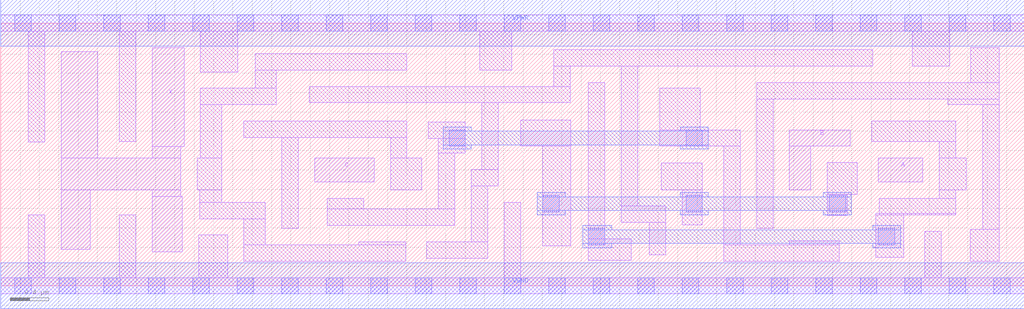
<source format=lef>
# Copyright 2020 The SkyWater PDK Authors
#
# Licensed under the Apache License, Version 2.0 (the "License");
# you may not use this file except in compliance with the License.
# You may obtain a copy of the License at
#
#     https://www.apache.org/licenses/LICENSE-2.0
#
# Unless required by applicable law or agreed to in writing, software
# distributed under the License is distributed on an "AS IS" BASIS,
# WITHOUT WARRANTIES OR CONDITIONS OF ANY KIND, either express or implied.
# See the License for the specific language governing permissions and
# limitations under the License.
#
# SPDX-License-Identifier: Apache-2.0

VERSION 5.7 ;
  NAMESCASESENSITIVE ON ;
  NOWIREEXTENSIONATPIN ON ;
  DIVIDERCHAR "/" ;
  BUSBITCHARS "[]" ;
UNITS
  DATABASE MICRONS 200 ;
END UNITS
PROPERTYDEFINITIONS
  MACRO maskLayoutSubType STRING ;
  MACRO prCellType STRING ;
  MACRO originalViewName STRING ;
END PROPERTYDEFINITIONS
MACRO sky130_fd_sc_hdll__xnor3_4
  CLASS CORE ;
  FOREIGN sky130_fd_sc_hdll__xnor3_4 ;
  ORIGIN  0.000000  0.000000 ;
  SIZE  10.58000 BY  2.720000 ;
  SYMMETRY X Y R90 ;
  SITE unithd ;
  PIN A
    ANTENNAGATEAREA  0.276000 ;
    DIRECTION INPUT ;
    USE SIGNAL ;
    PORT
      LAYER li1 ;
        RECT 9.075000 1.075000 9.535000 1.325000 ;
    END
  END A
  PIN B
    ANTENNAGATEAREA  0.735900 ;
    DIRECTION INPUT ;
    USE SIGNAL ;
    PORT
      LAYER li1 ;
        RECT 8.155000 0.995000 8.375000 1.445000 ;
        RECT 8.155000 1.445000 8.785000 1.615000 ;
    END
  END B
  PIN C
    ANTENNAGATEAREA  0.425400 ;
    DIRECTION INPUT ;
    USE SIGNAL ;
    PORT
      LAYER li1 ;
        RECT 3.245000 1.075000 3.860000 1.325000 ;
    END
  END C
  PIN VGND
    ANTENNADIFFAREA  1.074800 ;
    DIRECTION INOUT ;
    USE SIGNAL ;
    PORT
      LAYER met1 ;
        RECT 0.000000 -0.240000 10.580000 0.240000 ;
    END
  END VGND
  PIN VPWR
    ANTENNADIFFAREA  1.500950 ;
    DIRECTION INOUT ;
    USE SIGNAL ;
    PORT
      LAYER met1 ;
        RECT 0.000000 2.480000 10.580000 2.960000 ;
    END
  END VPWR
  PIN X
    ANTENNADIFFAREA  0.996000 ;
    DIRECTION OUTPUT ;
    USE SIGNAL ;
    PORT
      LAYER li1 ;
        RECT 0.625000 0.375000 0.925000 0.995000 ;
        RECT 0.625000 0.995000 1.860000 1.325000 ;
        RECT 0.625000 1.325000 1.005000 2.425000 ;
        RECT 1.565000 0.350000 1.875000 0.925000 ;
        RECT 1.565000 0.925000 1.860000 0.995000 ;
        RECT 1.565000 1.325000 1.860000 1.440000 ;
        RECT 1.565000 1.440000 1.895000 2.465000 ;
    END
  END X
  OBS
    LAYER li1 ;
      RECT  0.000000 -0.085000 10.580000 0.085000 ;
      RECT  0.000000  2.635000 10.580000 2.805000 ;
      RECT  0.285000  0.085000  0.455000 0.735000 ;
      RECT  0.285000  1.490000  0.455000 2.635000 ;
      RECT  1.225000  0.085000  1.395000 0.735000 ;
      RECT  1.225000  1.495000  1.395000 2.635000 ;
      RECT  2.030000  0.995000  2.285000 1.325000 ;
      RECT  2.045000  0.085000  2.345000 0.525000 ;
      RECT  2.060000  0.695000  2.735000 0.865000 ;
      RECT  2.060000  0.865000  2.285000 0.995000 ;
      RECT  2.065000  1.325000  2.285000 1.875000 ;
      RECT  2.065000  1.875000  2.850000 2.045000 ;
      RECT  2.065000  2.215000  2.450000 2.635000 ;
      RECT  2.515000  0.255000  4.185000 0.425000 ;
      RECT  2.515000  0.425000  2.735000 0.695000 ;
      RECT  2.515000  1.535000  4.200000 1.705000 ;
      RECT  2.630000  2.045000  2.850000 2.235000 ;
      RECT  2.630000  2.235000  4.200000 2.405000 ;
      RECT  2.905000  0.595000  3.075000 1.535000 ;
      RECT  3.190000  1.895000  5.890000 2.065000 ;
      RECT  3.375000  0.625000  4.695000 0.795000 ;
      RECT  3.375000  0.795000  3.755000 0.905000 ;
      RECT  3.700000  0.425000  4.185000 0.455000 ;
      RECT  4.030000  0.995000  4.355000 1.325000 ;
      RECT  4.030000  1.325000  4.200000 1.535000 ;
      RECT  4.405000  0.285000  5.035000 0.455000 ;
      RECT  4.420000  1.525000  4.805000 1.695000 ;
      RECT  4.525000  0.795000  4.695000 1.375000 ;
      RECT  4.525000  1.375000  4.805000 1.525000 ;
      RECT  4.865000  0.455000  5.035000 1.035000 ;
      RECT  4.865000  1.035000  5.145000 1.205000 ;
      RECT  4.955000  2.235000  5.285000 2.635000 ;
      RECT  4.975000  1.205000  5.145000 1.895000 ;
      RECT  5.205000  0.085000  5.375000 0.865000 ;
      RECT  5.375000  1.445000  5.895000 1.715000 ;
      RECT  5.605000  0.415000  5.895000 1.445000 ;
      RECT  5.720000  2.065000  5.890000 2.275000 ;
      RECT  5.720000  2.275000  9.015000 2.445000 ;
      RECT  6.075000  0.265000  6.520000 0.485000 ;
      RECT  6.075000  0.485000  6.245000 2.105000 ;
      RECT  6.415000  0.655000  6.875000 0.825000 ;
      RECT  6.415000  0.825000  6.585000 2.275000 ;
      RECT  6.705000  0.320000  6.875000 0.655000 ;
      RECT  6.815000  1.445000  7.645000 1.615000 ;
      RECT  6.815000  1.615000  7.230000 2.045000 ;
      RECT  6.830000  0.995000  7.255000 1.270000 ;
      RECT  7.045000  0.630000  7.255000 0.995000 ;
      RECT  7.475000  0.255000  8.670000 0.425000 ;
      RECT  7.475000  0.425000  7.645000 1.445000 ;
      RECT  7.815000  0.595000  7.985000 1.935000 ;
      RECT  7.815000  1.935000 10.325000 2.105000 ;
      RECT  8.155000  0.425000  8.670000 0.465000 ;
      RECT  8.545000  0.730000  8.750000 0.945000 ;
      RECT  8.545000  0.945000  8.855000 1.275000 ;
      RECT  9.005000  1.495000  9.875000 1.705000 ;
      RECT  9.045000  0.295000  9.335000 0.735000 ;
      RECT  9.045000  0.735000  9.875000 0.750000 ;
      RECT  9.085000  0.750000  9.875000 0.905000 ;
      RECT  9.425000  2.275000  9.810000 2.635000 ;
      RECT  9.555000  0.085000  9.725000 0.565000 ;
      RECT  9.705000  0.905000  9.875000 0.995000 ;
      RECT  9.705000  0.995000  9.985000 1.325000 ;
      RECT  9.705000  1.325000  9.875000 1.495000 ;
      RECT  9.790000  1.875000 10.325000 1.935000 ;
      RECT 10.025000  0.255000 10.325000 0.585000 ;
      RECT 10.030000  2.105000 10.325000 2.465000 ;
      RECT 10.155000  0.585000 10.325000 1.875000 ;
    LAYER mcon ;
      RECT  0.145000 -0.085000  0.315000 0.085000 ;
      RECT  0.145000  2.635000  0.315000 2.805000 ;
      RECT  0.605000 -0.085000  0.775000 0.085000 ;
      RECT  0.605000  2.635000  0.775000 2.805000 ;
      RECT  1.065000 -0.085000  1.235000 0.085000 ;
      RECT  1.065000  2.635000  1.235000 2.805000 ;
      RECT  1.525000 -0.085000  1.695000 0.085000 ;
      RECT  1.525000  2.635000  1.695000 2.805000 ;
      RECT  1.985000 -0.085000  2.155000 0.085000 ;
      RECT  1.985000  2.635000  2.155000 2.805000 ;
      RECT  2.445000 -0.085000  2.615000 0.085000 ;
      RECT  2.445000  2.635000  2.615000 2.805000 ;
      RECT  2.905000 -0.085000  3.075000 0.085000 ;
      RECT  2.905000  2.635000  3.075000 2.805000 ;
      RECT  3.365000 -0.085000  3.535000 0.085000 ;
      RECT  3.365000  2.635000  3.535000 2.805000 ;
      RECT  3.825000 -0.085000  3.995000 0.085000 ;
      RECT  3.825000  2.635000  3.995000 2.805000 ;
      RECT  4.285000 -0.085000  4.455000 0.085000 ;
      RECT  4.285000  2.635000  4.455000 2.805000 ;
      RECT  4.635000  1.445000  4.805000 1.615000 ;
      RECT  4.745000 -0.085000  4.915000 0.085000 ;
      RECT  4.745000  2.635000  4.915000 2.805000 ;
      RECT  5.205000 -0.085000  5.375000 0.085000 ;
      RECT  5.205000  2.635000  5.375000 2.805000 ;
      RECT  5.605000  0.765000  5.775000 0.935000 ;
      RECT  5.665000 -0.085000  5.835000 0.085000 ;
      RECT  5.665000  2.635000  5.835000 2.805000 ;
      RECT  6.075000  0.425000  6.245000 0.595000 ;
      RECT  6.125000 -0.085000  6.295000 0.085000 ;
      RECT  6.125000  2.635000  6.295000 2.805000 ;
      RECT  6.585000 -0.085000  6.755000 0.085000 ;
      RECT  6.585000  2.635000  6.755000 2.805000 ;
      RECT  7.045000 -0.085000  7.215000 0.085000 ;
      RECT  7.045000  2.635000  7.215000 2.805000 ;
      RECT  7.085000  0.765000  7.255000 0.935000 ;
      RECT  7.085000  1.445000  7.255000 1.615000 ;
      RECT  7.505000 -0.085000  7.675000 0.085000 ;
      RECT  7.505000  2.635000  7.675000 2.805000 ;
      RECT  7.965000 -0.085000  8.135000 0.085000 ;
      RECT  7.965000  2.635000  8.135000 2.805000 ;
      RECT  8.425000 -0.085000  8.595000 0.085000 ;
      RECT  8.425000  2.635000  8.595000 2.805000 ;
      RECT  8.565000  0.765000  8.735000 0.935000 ;
      RECT  8.885000 -0.085000  9.055000 0.085000 ;
      RECT  8.885000  2.635000  9.055000 2.805000 ;
      RECT  9.075000  0.425000  9.245000 0.595000 ;
      RECT  9.345000 -0.085000  9.515000 0.085000 ;
      RECT  9.345000  2.635000  9.515000 2.805000 ;
      RECT  9.805000 -0.085000  9.975000 0.085000 ;
      RECT  9.805000  2.635000  9.975000 2.805000 ;
      RECT 10.265000 -0.085000 10.435000 0.085000 ;
      RECT 10.265000  2.635000 10.435000 2.805000 ;
    LAYER met1 ;
      RECT 4.575000 1.415000 4.865000 1.460000 ;
      RECT 4.575000 1.460000 7.315000 1.600000 ;
      RECT 4.575000 1.600000 4.865000 1.645000 ;
      RECT 5.545000 0.735000 5.835000 0.780000 ;
      RECT 5.545000 0.780000 8.795000 0.920000 ;
      RECT 5.545000 0.920000 5.835000 0.965000 ;
      RECT 6.015000 0.395000 6.315000 0.440000 ;
      RECT 6.015000 0.440000 9.305000 0.580000 ;
      RECT 6.015000 0.580000 6.315000 0.625000 ;
      RECT 7.025000 0.735000 7.315000 0.780000 ;
      RECT 7.025000 0.920000 7.315000 0.965000 ;
      RECT 7.025000 1.415000 7.315000 1.460000 ;
      RECT 7.025000 1.600000 7.315000 1.645000 ;
      RECT 8.505000 0.735000 8.795000 0.780000 ;
      RECT 8.505000 0.920000 8.795000 0.965000 ;
      RECT 9.015000 0.395000 9.305000 0.440000 ;
      RECT 9.015000 0.580000 9.305000 0.625000 ;
  END
  PROPERTY maskLayoutSubType "abstract" ;
  PROPERTY prCellType "standard" ;
  PROPERTY originalViewName "layout" ;
END sky130_fd_sc_hdll__xnor3_4

</source>
